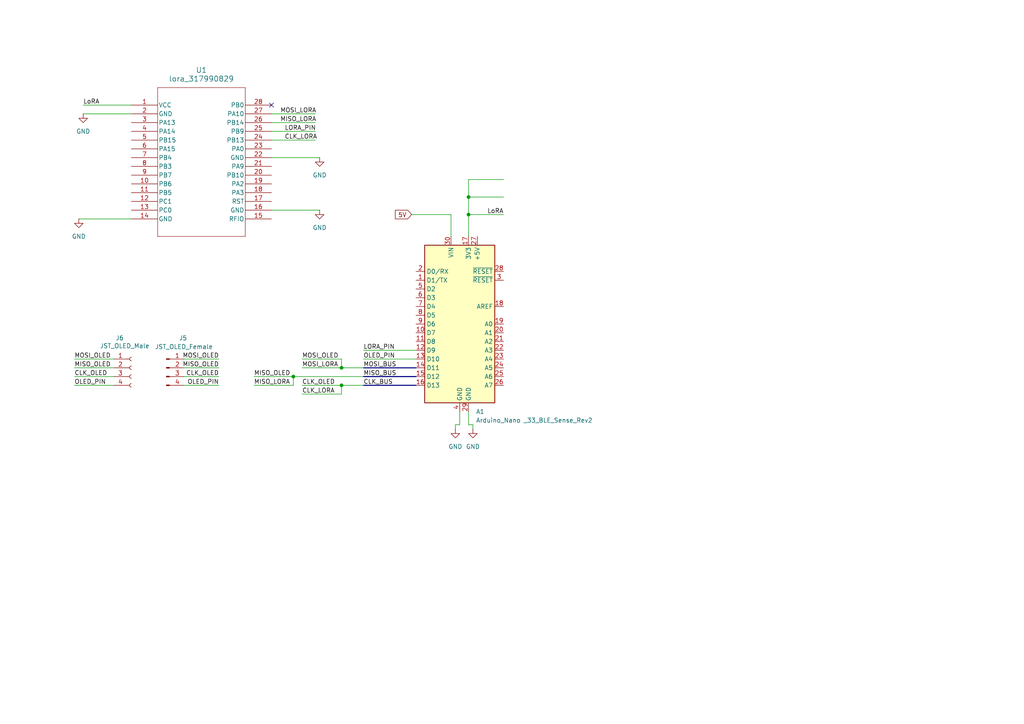
<source format=kicad_sch>
(kicad_sch (version 20250114) (generator "eeschema") (generator_version "9.0")
  (paper "A4")
  (lib_symbols
    (symbol "Connector:Conn_01x04_Pin" (pin_names (offset 1.016) (hide yes))
      (property "Reference" "J" (at 0 5.08 0))
      (property "Value" "Conn_01x04_Pin" (at 0 -7.62 0))
      (symbol "Conn_01x04_Pin_1_1"
        (rectangle (start 0.8636 2.667) (end 0 2.413) (stroke (width 0.1524)) (fill (type outline)))
        (rectangle (start 0.8636 0.127) (end 0 -0.127) (stroke (width 0.1524)) (fill (type outline)))
        (rectangle (start 0.8636 -2.413) (end 0 -2.667) (stroke (width 0.1524)) (fill (type outline)))
        (rectangle (start 0.8636 -4.953) (end 0 -5.207) (stroke (width 0.1524)) (fill (type outline)))
        (polyline (pts (xy 1.27 2.54) (xy 0.8636 2.54)) (stroke (width 0.1524)))
        (polyline (pts (xy 1.27 0) (xy 0.8636 0)) (stroke (width 0.1524)))
        (polyline (pts (xy 1.27 -2.54) (xy 0.8636 -2.54)) (stroke (width 0.1524)))
        (polyline (pts (xy 1.27 -5.08) (xy 0.8636 -5.08)) (stroke (width 0.1524)))
        (pin passive line (at 5.08 2.54 180) (length 3.81) (name "Pin_1") (number "1"))
        (pin passive line (at 5.08 0 180) (length 3.81) (name "Pin_2") (number "2"))
        (pin passive line (at 5.08 -2.54 180) (length 3.81) (name "Pin_3") (number "3"))
        (pin passive line (at 5.08 -5.08 180) (length 3.81) (name "Pin_4") (number "4"))
      )
    )
    (symbol "Connector:Conn_01x04_Socket" (pin_names (offset 1.016) (hide yes))
      (property "Reference" "J" (at 0 5.08 0))
      (property "Value" "Conn_01x04_Socket" (at 0 -7.62 0))
      (symbol "Conn_01x04_Socket_1_1"
        (polyline (pts (xy -1.27 2.54) (xy -0.508 2.54)) (stroke (width 0.1524)))
        (polyline (pts (xy -1.27 0) (xy -0.508 0)) (stroke (width 0.1524)))
        (polyline (pts (xy -1.27 -2.54) (xy -0.508 -2.54)) (stroke (width 0.1524)))
        (polyline (pts (xy -1.27 -5.08) (xy -0.508 -5.08)) (stroke (width 0.1524)))
        (arc (start 0 2.032) (mid -0.5058 2.54) (end 0 3.048) (stroke (width 0.1524)))
        (arc (start 0 -0.508) (mid -0.5058 0) (end 0 0.508) (stroke (width 0.1524)))
        (arc (start 0 -3.048) (mid -0.5058 -2.54) (end 0 -2.032) (stroke (width 0.1524)))
        (arc (start 0 -5.588) (mid -0.5058 -5.08) (end 0 -4.572) (stroke (width 0.1524)))
        (pin passive line (at -5.08 2.54 0) (length 3.81) (name "Pin_1") (number "1"))
        (pin passive line (at -5.08 0 0) (length 3.81) (name "Pin_2") (number "2"))
        (pin passive line (at -5.08 -2.54 0) (length 3.81) (name "Pin_3") (number "3"))
        (pin passive line (at -5.08 -5.08 0) (length 3.81) (name "Pin_4") (number "4"))
      )
    )
    (symbol "MCU_Module:Arduino_Nano_v3.x"
      (property "Reference" "A" (at -10.16 23.495 0))
      (property "Value" "Arduino_Nano_v3.x" (at 5.08 -24.13 0))
      (symbol "Arduino_Nano_v3.x_0_1"
        (rectangle (start -10.16 22.86) (end 10.16 -22.86) (stroke (width 0.254)) (fill (type background)))
      )
      (symbol "Arduino_Nano_v3.x_1_1"
        (pin bidirectional line (at -12.7 15.24 0) (length 2.54) (name "D0/RX") (number "2"))
        (pin bidirectional line (at -12.7 12.7 0) (length 2.54) (name "D1/TX") (number "1"))
        (pin bidirectional line (at -12.7 10.16 0) (length 2.54) (name "D2") (number "5"))
        (pin bidirectional line (at -12.7 7.62 0) (length 2.54) (name "D3") (number "6"))
        (pin bidirectional line (at -12.7 5.08 0) (length 2.54) (name "D4") (number "7"))
        (pin bidirectional line (at -12.7 2.54 0) (length 2.54) (name "D5") (number "8"))
        (pin bidirectional line (at -12.7 0 0) (length 2.54) (name "D6") (number "9"))
        (pin bidirectional line (at -12.7 -2.54 0) (length 2.54) (name "D7") (number "10"))
        (pin bidirectional line (at -12.7 -5.08 0) (length 2.54) (name "D8") (number "11"))
        (pin bidirectional line (at -12.7 -7.62 0) (length 2.54) (name "D9") (number "12"))
        (pin bidirectional line (at -12.7 -10.16 0) (length 2.54) (name "D10") (number "13"))
        (pin bidirectional line (at -12.7 -12.7 0) (length 2.54) (name "D11") (number "14"))
        (pin bidirectional line (at -12.7 -15.24 0) (length 2.54) (name "D12") (number "15"))
        (pin bidirectional line (at -12.7 -17.78 0) (length 2.54) (name "D13") (number "16"))
        (pin power_in line (at -2.54 25.4 270) (length 2.54) (name "VIN") (number "30"))
        (pin power_in line (at 0 -25.4 90) (length 2.54) (name "GND") (number "4"))
        (pin power_out line (at 2.54 25.4 270) (length 2.54) (name "3V3") (number "17"))
        (pin power_in line (at 2.54 -25.4 90) (length 2.54) (name "GND") (number "29"))
        (pin power_out line (at 5.08 25.4 270) (length 2.54) (name "+5V") (number "27"))
        (pin input line (at 12.7 15.24 180) (length 2.54) (name "~{RESET}") (number "28"))
        (pin input line (at 12.7 12.7 180) (length 2.54) (name "~{RESET}") (number "3"))
        (pin input line (at 12.7 5.08 180) (length 2.54) (name "AREF") (number "18"))
        (pin bidirectional line (at 12.7 0 180) (length 2.54) (name "A0") (number "19"))
        (pin bidirectional line (at 12.7 -2.54 180) (length 2.54) (name "A1") (number "20"))
        (pin bidirectional line (at 12.7 -5.08 180) (length 2.54) (name "A2") (number "21"))
        (pin bidirectional line (at 12.7 -7.62 180) (length 2.54) (name "A3") (number "22"))
        (pin bidirectional line (at 12.7 -10.16 180) (length 2.54) (name "A4") (number "23"))
        (pin bidirectional line (at 12.7 -12.7 180) (length 2.54) (name "A5") (number "24"))
        (pin bidirectional line (at 12.7 -15.24 180) (length 2.54) (name "A6") (number "25"))
        (pin bidirectional line (at 12.7 -17.78 180) (length 2.54) (name "A7") (number "26"))
      )
    )
    (symbol "is-plant-okay-lib:317990829" (pin_names (offset 0.254))
      (property "Reference" "U" (at 20.32 10.16 0))
      (property "Value" "lora_317990829" (at 20.32 7.62 0))
      (symbol "317990829_0_1"
        (polyline (pts (xy 7.62 5.08) (xy 7.62 -38.1)) (stroke (width 0.127)))
        (polyline (pts (xy 7.62 -38.1) (xy 33.02 -38.1)) (stroke (width 0.127)))
        (polyline (pts (xy 33.02 5.08) (xy 7.62 5.08)) (stroke (width 0.127)))
        (polyline (pts (xy 33.02 -38.1) (xy 33.02 5.08)) (stroke (width 0.127)))
        (pin power_in line (at 0 0 0) (length 7.62) (name "VCC") (number "1"))
        (pin power_out line (at 0 -2.54 0) (length 7.62) (name "GND") (number "2"))
        (pin bidirectional line (at 0 -5.08 0) (length 7.62) (name "PA13") (number "3"))
        (pin bidirectional line (at 0 -7.62 0) (length 7.62) (name "PA14") (number "4"))
        (pin bidirectional line (at 0 -10.16 0) (length 7.62) (name "PB15") (number "5"))
        (pin bidirectional line (at 0 -12.7 0) (length 7.62) (name "PA15") (number "6"))
        (pin bidirectional line (at 0 -15.24 0) (length 7.62) (name "PB4") (number "7"))
        (pin bidirectional line (at 0 -17.78 0) (length 7.62) (name "PB3") (number "8"))
        (pin bidirectional line (at 0 -20.32 0) (length 7.62) (name "PB7") (number "9"))
        (pin bidirectional line (at 0 -22.86 0) (length 7.62) (name "PB6") (number "10"))
        (pin bidirectional line (at 0 -25.4 0) (length 7.62) (name "PB5") (number "11"))
        (pin bidirectional line (at 0 -27.94 0) (length 7.62) (name "PC1") (number "12"))
        (pin bidirectional line (at 0 -30.48 0) (length 7.62) (name "PC0") (number "13"))
        (pin power_out line (at 0 -33.02 0) (length 7.62) (name "GND") (number "14"))
        (pin bidirectional line (at 40.64 0 180) (length 7.62) (name "PB0") (number "28"))
        (pin bidirectional line (at 40.64 -2.54 180) (length 7.62) (name "PA10") (number "27"))
        (pin bidirectional line (at 40.64 -5.08 180) (length 7.62) (name "PB14") (number "26"))
        (pin bidirectional line (at 40.64 -7.62 180) (length 7.62) (name "PB9") (number "25"))
        (pin bidirectional line (at 40.64 -10.16 180) (length 7.62) (name "PB13") (number "24"))
        (pin bidirectional line (at 40.64 -12.7 180) (length 7.62) (name "PA0") (number "23"))
        (pin power_out line (at 40.64 -15.24 180) (length 7.62) (name "GND") (number "22"))
        (pin bidirectional line (at 40.64 -17.78 180) (length 7.62) (name "PA9") (number "21"))
        (pin bidirectional line (at 40.64 -20.32 180) (length 7.62) (name "PB10") (number "20"))
        (pin bidirectional line (at 40.64 -22.86 180) (length 7.62) (name "PA2") (number "19"))
        (pin bidirectional line (at 40.64 -25.4 180) (length 7.62) (name "PA3") (number "18"))
        (pin bidirectional line (at 40.64 -27.94 180) (length 7.62) (name "RST") (number "17"))
        (pin power_out line (at 40.64 -30.48 180) (length 7.62) (name "GND") (number "16"))
        (pin bidirectional line (at 40.64 -33.02 180) (length 7.62) (name "RFIO") (number "15"))
      )
    )
    (symbol "power:GND" (power) (pin_numbers (hide yes)) (pin_names (offset 0) (hide yes))
      (property "Value" "GND" (at 0 -3.81 0))
      (symbol "GND_0_1"
        (polyline (pts (xy 0 0) (xy 0 -1.27) (xy 1.27 -1.27) (xy 0 -2.54) (xy -1.27 -1.27) (xy 0 -1.27)))
      )
      (symbol "GND_1_1"
        (pin power_in line (at 0 0 270) (length 0) (name "~") (number "1"))
      )
    )
  )
  (junction (at 99.06 111.76))
  (junction (at 135.89 62.23))
  (junction (at 99.06 106.68))
  (junction (at 85.09 109.22))
  (junction (at 135.89 57.15))
  (no_connect (at 78.74 30.48))
  (wire (pts (xy 22.86 63.5) (xy 38.1 63.5)))
  (wire (pts (xy 53.34 106.68) (xy 63.5 106.68)))
  (wire (pts (xy 78.74 60.96) (xy 92.71 60.96)))
  (wire (pts (xy 24.13 33.02) (xy 38.1 33.02)))
  (wire (pts (xy 73.66 109.22) (xy 85.09 109.22)))
  (wire (pts (xy 53.34 111.76) (xy 63.5 111.76)))
  (wire (pts (xy 105.41 106.68) (xy 99.06 106.68)))
  (wire (pts (xy 87.63 104.14) (xy 99.06 104.14)))
  (bus (pts (xy 105.41 109.22) (xy 120.65 109.22)))
  (wire (pts (xy 99.06 106.68) (xy 99.06 104.14)))
  (wire (pts (xy 73.66 111.76) (xy 85.09 111.76)))
  (wire (pts (xy 87.63 111.76) (xy 99.06 111.76)))
  (wire (pts (xy 135.89 123.19) (xy 135.89 119.38)))
  (wire (pts (xy 78.74 45.72) (xy 92.71 45.72)))
  (wire (pts (xy 135.89 57.15) (xy 146.05 57.15)))
  (wire (pts (xy 87.63 106.68) (xy 99.06 106.68)))
  (bus (pts (xy 105.41 106.68) (xy 120.65 106.68)))
  (wire (pts (xy 78.74 40.64) (xy 91.44 40.64)))
  (wire (pts (xy 119.38 62.23) (xy 130.81 62.23)))
  (wire (pts (xy 130.81 68.58) (xy 130.81 62.23)))
  (wire (pts (xy 78.74 35.56) (xy 91.44 35.56)))
  (wire (pts (xy 53.34 104.14) (xy 63.5 104.14)))
  (wire (pts (xy 137.16 123.19) (xy 135.89 123.19)))
  (wire (pts (xy 105.41 101.6) (xy 120.65 101.6)))
  (wire (pts (xy 135.89 57.15) (xy 135.89 52.07)))
  (wire (pts (xy 135.89 68.58) (xy 135.89 62.23)))
  (wire (pts (xy 53.34 109.22) (xy 63.5 109.22)))
  (wire (pts (xy 21.59 106.68) (xy 33.02 106.68)))
  (wire (pts (xy 85.09 109.22) (xy 85.09 111.76)))
  (wire (pts (xy 24.13 30.48) (xy 38.1 30.48)))
  (wire (pts (xy 21.59 104.14) (xy 33.02 104.14)))
  (bus (pts (xy 105.41 111.76) (xy 120.65 111.76)))
  (wire (pts (xy 132.08 123.19) (xy 133.35 123.19)))
  (wire (pts (xy 87.63 114.3) (xy 99.06 114.3)))
  (wire (pts (xy 78.74 33.02) (xy 91.44 33.02)))
  (wire (pts (xy 99.06 111.76) (xy 99.06 114.3)))
  (wire (pts (xy 99.06 111.76) (xy 105.41 111.76)))
  (wire (pts (xy 105.41 104.14) (xy 120.65 104.14)))
  (wire (pts (xy 21.59 111.76) (xy 33.02 111.76)))
  (wire (pts (xy 135.89 62.23) (xy 135.89 57.15)))
  (wire (pts (xy 85.09 109.22) (xy 105.41 109.22)))
  (wire (pts (xy 78.74 38.1) (xy 91.44 38.1)))
  (wire (pts (xy 133.35 123.19) (xy 133.35 119.38)))
  (wire (pts (xy 21.59 109.22) (xy 33.02 109.22)))
  (wire (pts (xy 135.89 52.07) (xy 146.05 52.07)))
  (wire (pts (xy 135.89 62.23) (xy 146.05 62.23)))
  (wire (pts (xy 132.08 123.19) (xy 132.08 124.46)))
  (wire (pts (xy 137.16 123.19) (xy 137.16 124.46)))
  (label "OLED_PIN" (at 63.5 111.76 180))
  (label "CLK_LORA" (at 87.63 114.3 0))
  (label "MOSI_LORA" (at 87.63 106.68 0))
  (label "MOSI_BUS" (at 105.41 106.68 0))
  (label "LORA_PIN" (at 82.55 38.1 0))
  (label "MISO_LORA" (at 73.66 111.76 0))
  (label "CLK_OLED" (at 63.5 109.22 180))
  (label "MOSI_LORA" (at 81.28 33.02 0))
  (label "MOSI_OLED" (at 21.59 104.14 0))
  (label "CLK_OLED" (at 21.59 109.22 0))
  (label "MISO_BUS" (at 105.41 109.22 0))
  (label "MISO_OLED" (at 21.59 106.68 0))
  (label "LoRA" (at 146.05 62.23 180))
  (label "CLK_BUS" (at 105.41 111.76 0))
  (label "LORA_PIN" (at 105.41 101.6 0))
  (label "LoRA" (at 24.13 30.48 0))
  (label "MISO_OLED" (at 63.5 106.68 180))
  (label "MOSI_OLED" (at 87.63 104.14 0))
  (label "CLK_LORA" (at 82.55 40.64 0))
  (label "MISO_LORA" (at 81.28 35.56 0))
  (label "OLED_PIN" (at 21.59 111.76 0))
  (label "OLED_PIN" (at 105.41 104.14 0))
  (label "MISO_OLED" (at 73.66 109.22 0))
  (label "CLK_OLED" (at 87.63 111.76 0))
  (label "MOSI_OLED" (at 63.5 104.14 180))
  (global_label "5V" (shape input) (at 119.38 62.23 180) (property "Intersheetrefs" "${INTERSHEET_REFS}" (effects (hide yes))))
  (symbol (lib_id "power:GND") (at 137.16 124.46 0) (unit 1)
    (property "Reference" "#PWR019" (effects (hide yes)))
    (property "Value" "GND" (at 137.16 129.54 0))
    (property "Description" "Power symbol creates a global label with name \"GND\" , ground" (effects (hide yes)))
  )
  (symbol (lib_id "power:GND") (at 24.13 33.02 0) (unit 1)
    (property "Reference" "#PWR020" (effects (hide yes)))
    (property "Value" "GND" (at 24.13 38.1 0))
    (property "Description" "Power symbol creates a global label with name \"GND\" , ground" (effects (hide yes)))
  )
  (symbol (lib_id "power:GND") (at 132.08 124.46 0) (unit 1)
    (property "Reference" "#PWR018" (effects (hide yes)))
    (property "Value" "GND" (at 132.08 129.54 0))
    (property "Description" "Power symbol creates a global label with name \"GND\" , ground" (effects (hide yes)))
  )
  (symbol (lib_id "power:GND") (at 92.71 45.72 0) (unit 1)
    (property "Reference" "#PWR021" (effects (hide yes)))
    (property "Value" "GND" (at 92.71 50.8 0))
    (property "Description" "Power symbol creates a global label with name \"GND\" , ground" (effects (hide yes)))
  )
  (symbol (lib_id "Connector:Conn_01x04_Pin") (at 48.26 106.68 0) (unit 1)
    (property "Reference" "J5" (at 53.086 98.044 0))
    (property "Value" "JST_OLED_Female" (at 53.34 100.584 0))
    (property "Description" "Generic connector, single row, 01x04, script generated" (effects (hide yes)))
  )
  (symbol (lib_id "is-plant-okay-lib:317990829") (at 38.1 30.48 0) (unit 1)
    (property "Reference" "U1" (at 58.42 20.32 0) (effects (font (size 1.524 1.524))))
    (property "Value" "lora_317990829" (at 58.42 22.86 0) (effects (font (size 1.524 1.524))))
    (property "Footprint" "is-plant-okay-foot:lora_317990829_SEE" (effects (hide yes)))
    (property "Datasheet" "https://files.seeedstudio.com/products/317990687/res/LoRa-E5%20module%20datasheet_V1.0.pdf" (effects (hide yes)))
    (property "Description" "RF TXRX MOD ISM<1GHZ SMD LORA" (effects (hide yes)))
    (property "Mfg Part #" "317990829" (effects (hide yes)))
    (property "Package" "28-SMD Module" (effects (hide yes)))
  )
  (symbol (lib_id "power:GND") (at 92.71 60.96 0) (unit 1)
    (property "Reference" "#PWR022" (effects (hide yes)))
    (property "Value" "GND" (at 92.71 66.04 0))
    (property "Description" "Power symbol creates a global label with name \"GND\" , ground" (effects (hide yes)))
  )
  (symbol (lib_id "power:GND") (at 22.86 63.5 0) (unit 1)
    (property "Reference" "#PWR023" (effects (hide yes)))
    (property "Value" "GND" (at 22.86 68.58 0))
    (property "Description" "Power symbol creates a global label with name \"GND\" , ground" (effects (hide yes)))
  )
  (symbol (lib_id "MCU_Module:Arduino_Nano_v3.x") (at 133.35 93.98 0) (unit 1)
    (property "Reference" "A1" (at 138.0333 119.38 0) (effects (justify left)))
    (property "Value" "Arduino_Nano _33_BLE_Sense_Rev2" (at 138.0333 121.92 0) (effects (justify left)))
    (property "Footprint" "Module:Arduino_Nano" (effects (hide yes)))
    (property "Datasheet" "http://www.mouser.com/pdfdocs/Gravitech_Arduino_Nano3_0.pdf" (effects (hide yes)))
    (property "Description" "Arduino Nano v3.x" (effects (hide yes)))
  )
  (symbol (lib_id "Connector:Conn_01x04_Socket") (at 38.1 106.68 0) (unit 1) (in_bom no) (on_board no)
    (property "Reference" "J6" (at 33.528 98.044 0) (effects (justify left)))
    (property "Value" "JST_OLED_Male" (at 28.956 100.33 0) (effects (justify left)))
    (property "Description" "Generic connector, single row, 01x04, script generated" (effects (hide yes)))
  )
)
</source>
